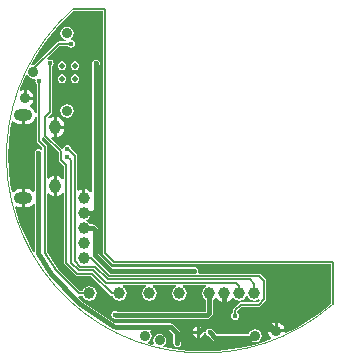
<source format=gbl>
G04 Layer_Physical_Order=2*
G04 Layer_Color=16711680*
%FSLAX44Y44*%
%MOMM*%
G71*
G01*
G75*
%ADD19C,0.2000*%
%ADD21C,0.4000*%
%ADD24C,0.0800*%
%ADD25O,0.9500X1.2500*%
%ADD26O,1.5500X1.0000*%
%ADD27C,0.9000*%
%ADD28C,1.0000*%
%ADD29C,0.5000*%
%ADD30C,0.4500*%
%ADD31C,0.1500*%
G36*
X17960Y235394D02*
X18935Y233935D01*
X20754Y232719D01*
X22900Y232292D01*
X23855Y232482D01*
X24214Y232185D01*
X24780Y231371D01*
X24586Y230400D01*
X24839Y229132D01*
X25557Y228057D01*
X25861Y227854D01*
Y203221D01*
X24591Y203138D01*
X24546Y203478D01*
X23786Y205312D01*
X22578Y206888D01*
X21003Y208096D01*
X20110Y208466D01*
X19973Y208818D01*
X19972Y209898D01*
X21121Y210779D01*
X22249Y212250D01*
X22959Y213962D01*
X23033Y214530D01*
X16100D01*
Y215800D01*
X14830D01*
Y222733D01*
X14262Y222659D01*
X12550Y221949D01*
X12458Y221879D01*
X11376Y222649D01*
X11922Y224292D01*
X16432Y235179D01*
X16579Y235473D01*
X17960Y235394D01*
D02*
G37*
G36*
X15720Y193905D02*
X17200D01*
X19168Y194164D01*
X21003Y194924D01*
X22578Y196132D01*
X23786Y197708D01*
X24546Y199542D01*
X24591Y199882D01*
X25861Y199799D01*
Y179600D01*
X26016Y178820D01*
X26458Y178158D01*
X30541Y174075D01*
X30482Y172818D01*
X30194Y172610D01*
X29291Y172312D01*
X28468Y172861D01*
X27200Y173114D01*
X25932Y172861D01*
X24857Y172143D01*
X24139Y171068D01*
X23886Y169800D01*
X24139Y168532D01*
X24141Y168528D01*
Y136936D01*
X22871Y136505D01*
X22578Y136888D01*
X21003Y138096D01*
X19168Y138856D01*
X17200Y139115D01*
X15720D01*
Y131510D01*
Y123905D01*
X17200D01*
X19168Y124164D01*
X21003Y124924D01*
X22578Y126132D01*
X22871Y126515D01*
X24141Y126084D01*
Y85869D01*
X22871Y85520D01*
X21707Y87483D01*
X16432Y98021D01*
X11922Y108908D01*
X8201Y120090D01*
X7217Y123945D01*
X8322Y124748D01*
X9732Y124164D01*
X11700Y123905D01*
X13180D01*
Y131510D01*
Y139115D01*
X11700D01*
X9732Y138856D01*
X7897Y138096D01*
X6322Y136888D01*
X5743Y136132D01*
X4393Y136459D01*
X3194Y143106D01*
X1934Y154823D01*
X1514Y166600D01*
X1934Y178377D01*
X3194Y190094D01*
X4367Y196595D01*
X5716Y196922D01*
X6322Y196132D01*
X7897Y194924D01*
X9732Y194164D01*
X11700Y193905D01*
X13180D01*
Y201510D01*
X15720D01*
Y193905D01*
D02*
G37*
G36*
X81416Y85000D02*
X81552Y84317D01*
X81938Y83738D01*
X90038Y75638D01*
X90617Y75251D01*
X91300Y75116D01*
X274816D01*
Y41936D01*
X274709Y41836D01*
X265533Y34441D01*
X255853Y27720D01*
X245718Y21707D01*
X236626Y17156D01*
X235679Y17830D01*
X221567D01*
X221641Y17262D01*
X222351Y15550D01*
X223479Y14079D01*
X224426Y13353D01*
X224295Y11961D01*
X224275Y11917D01*
X213110Y8201D01*
X201692Y5286D01*
X190094Y3194D01*
X178377Y1934D01*
X166600Y1514D01*
X154823Y1934D01*
X143106Y3194D01*
X133104Y4998D01*
X132824Y6339D01*
X133865Y7035D01*
X135081Y8854D01*
X135508Y11000D01*
X135081Y13146D01*
X133865Y14965D01*
X132046Y16181D01*
X129900Y16608D01*
X127754Y16181D01*
X125935Y14965D01*
X124719Y13146D01*
X124292Y11000D01*
X124719Y8854D01*
X125141Y8222D01*
X124356Y7112D01*
X120090Y8201D01*
X119617Y8358D01*
X119513Y9125D01*
X119580Y9709D01*
X121265Y10835D01*
X122481Y12654D01*
X122908Y14800D01*
X122481Y16946D01*
X121729Y18071D01*
X122408Y19341D01*
X137733D01*
X141241Y15833D01*
Y8600D01*
X141241Y8600D01*
X141294Y8337D01*
X141286Y8300D01*
X141539Y7032D01*
X142257Y5957D01*
X143332Y5239D01*
X144600Y4986D01*
X145868Y5239D01*
X146943Y5957D01*
X147661Y7032D01*
X147914Y8300D01*
X147661Y9568D01*
X147359Y10021D01*
Y17100D01*
X147359Y17100D01*
X147126Y18270D01*
X146463Y19263D01*
X141263Y24463D01*
X140271Y25126D01*
X139100Y25359D01*
X138794Y25298D01*
X137985Y25459D01*
X137985Y25459D01*
X93330D01*
X91537Y25751D01*
X63273Y44561D01*
X60768Y47164D01*
X60811Y47446D01*
X61700Y48561D01*
X61700Y48561D01*
X64588D01*
X64648Y48259D01*
X65974Y46274D01*
X67959Y44948D01*
X70300Y44482D01*
X72641Y44948D01*
X74626Y46274D01*
X75952Y48259D01*
X76417Y50600D01*
X75952Y52941D01*
X74626Y54926D01*
X72641Y56252D01*
X70300Y56718D01*
X67959Y56252D01*
X65974Y54926D01*
X64648Y52941D01*
X64588Y52639D01*
X62545D01*
X43701Y71483D01*
X34639Y85750D01*
Y134825D01*
X35909Y135256D01*
X36251Y134811D01*
X37774Y133642D01*
X39547Y132908D01*
X40180Y132824D01*
Y141510D01*
Y150196D01*
X39547Y150112D01*
X37774Y149378D01*
X36251Y148209D01*
X35909Y147764D01*
X34639Y148195D01*
Y174900D01*
X34484Y175680D01*
X34042Y176342D01*
X29939Y180445D01*
Y182355D01*
X30176Y182541D01*
X31558Y182758D01*
X44361Y169955D01*
Y163200D01*
X44516Y162420D01*
X44958Y161758D01*
X48561Y158155D01*
Y147804D01*
X47291Y147373D01*
X46649Y148209D01*
X45127Y149378D01*
X43353Y150112D01*
X42720Y150196D01*
Y141510D01*
Y132824D01*
X43353Y132908D01*
X45127Y133642D01*
X46649Y134811D01*
X47291Y135647D01*
X48561Y135216D01*
Y76715D01*
X48716Y75934D01*
X49158Y75273D01*
X58573Y65858D01*
X59234Y65416D01*
X60015Y65261D01*
X60015Y65261D01*
X71671D01*
X87773Y49158D01*
X88435Y48716D01*
X89215Y48561D01*
X89988D01*
X90048Y48259D01*
X91374Y46274D01*
X93359Y44948D01*
X95700Y44482D01*
X98041Y44948D01*
X100026Y46274D01*
X101352Y48259D01*
X101818Y50600D01*
X101352Y52941D01*
X100026Y54926D01*
X98282Y56091D01*
X98472Y57309D01*
X98493Y57361D01*
X118307D01*
X118328Y57309D01*
X118518Y56091D01*
X116774Y54926D01*
X115448Y52941D01*
X114982Y50600D01*
X115448Y48259D01*
X116774Y46274D01*
X118759Y44948D01*
X121100Y44482D01*
X123441Y44948D01*
X125426Y46274D01*
X126752Y48259D01*
X127218Y50600D01*
X126752Y52941D01*
X125426Y54926D01*
X123682Y56091D01*
X123872Y57309D01*
X123893Y57361D01*
X143707D01*
X143728Y57309D01*
X143918Y56091D01*
X142174Y54926D01*
X140848Y52941D01*
X140382Y50600D01*
X140848Y48259D01*
X142174Y46274D01*
X144159Y44948D01*
X146500Y44482D01*
X148841Y44948D01*
X150826Y46274D01*
X152152Y48259D01*
X152618Y50600D01*
X152152Y52941D01*
X150826Y54926D01*
X149082Y56091D01*
X149272Y57309D01*
X149293Y57361D01*
X169107D01*
X169128Y57309D01*
X169318Y56091D01*
X167574Y54926D01*
X166248Y52941D01*
X165782Y50600D01*
X166248Y48259D01*
X167574Y46274D01*
X168841Y45428D01*
Y35367D01*
X168633Y35159D01*
X117372D01*
X117368Y35161D01*
X116100Y35414D01*
X114832Y35161D01*
X114828Y35159D01*
X94071D01*
X93468Y35561D01*
X92200Y35814D01*
X90932Y35561D01*
X89857Y34843D01*
X89139Y33768D01*
X88886Y32500D01*
X89139Y31232D01*
X89857Y30157D01*
X90932Y29439D01*
X91290Y29367D01*
X91430Y29274D01*
X92600Y29041D01*
X114828D01*
X114832Y29039D01*
X116100Y28786D01*
X117368Y29039D01*
X117372Y29041D01*
X169900D01*
X169900Y29041D01*
X171070Y29274D01*
X172063Y29937D01*
X174063Y31937D01*
X174063Y31937D01*
X174726Y32929D01*
X174959Y34100D01*
X174959Y34100D01*
Y45428D01*
X176226Y46274D01*
X176715Y47006D01*
X177927Y46887D01*
X178061Y46736D01*
X179222Y45222D01*
X180798Y44014D01*
X182632Y43254D01*
X183330Y43162D01*
Y50600D01*
X185870D01*
Y43162D01*
X186568Y43254D01*
X188403Y44014D01*
X189978Y45222D01*
X191139Y46736D01*
X191273Y46887D01*
X192485Y47006D01*
X192974Y46274D01*
X194959Y44948D01*
X197300Y44482D01*
X199641Y44948D01*
X201626Y46274D01*
X202952Y48259D01*
X203002Y48514D01*
X204297D01*
X204348Y48259D01*
X205674Y46274D01*
X207659Y44948D01*
X210000Y44482D01*
X212341Y44948D01*
X213628Y45808D01*
X214438Y44822D01*
X212755Y43139D01*
X198400D01*
X197620Y42984D01*
X196958Y42542D01*
X196958Y42542D01*
X192158Y37742D01*
X191716Y37080D01*
X191561Y36300D01*
Y34046D01*
X191257Y33843D01*
X190539Y32768D01*
X190286Y31500D01*
X190539Y30232D01*
X191257Y29157D01*
X192332Y28439D01*
X193600Y28186D01*
X194868Y28439D01*
X195943Y29157D01*
X196661Y30232D01*
X196914Y31500D01*
X196661Y32768D01*
X195943Y33843D01*
X195639Y34046D01*
Y35455D01*
X199245Y39061D01*
X213600D01*
X214380Y39216D01*
X215042Y39658D01*
X219642Y44258D01*
X219642Y44258D01*
X220084Y44920D01*
X220239Y45700D01*
Y61400D01*
X220084Y62180D01*
X219642Y62842D01*
X219642Y62842D01*
X215642Y66842D01*
X214980Y67284D01*
X214200Y67439D01*
X162925D01*
X162246Y68709D01*
X162261Y68732D01*
X162514Y70000D01*
X162261Y71268D01*
X161543Y72343D01*
X160468Y73061D01*
X159200Y73314D01*
X157932Y73061D01*
X157928Y73059D01*
X89467D01*
X77959Y84567D01*
Y104500D01*
X77726Y105670D01*
X77063Y106663D01*
X75463Y108263D01*
X74471Y108926D01*
X73300Y109159D01*
X73300Y109159D01*
X70772D01*
X69926Y110426D01*
X67941Y111752D01*
X67686Y111803D01*
Y113097D01*
X67941Y113148D01*
X69926Y114474D01*
X70772Y115741D01*
X73000D01*
X73000Y115741D01*
X74170Y115974D01*
X75163Y116637D01*
X77863Y119337D01*
X78526Y120330D01*
X78759Y121500D01*
X78759Y121500D01*
Y243978D01*
X78861Y244132D01*
X79114Y245400D01*
X78861Y246668D01*
X78143Y247743D01*
X77068Y248461D01*
X75800Y248714D01*
X74532Y248461D01*
X73457Y247743D01*
X72739Y246668D01*
X72486Y245400D01*
X72641Y244621D01*
Y136796D01*
X71371Y136365D01*
X70978Y136878D01*
X69402Y138086D01*
X67568Y138846D01*
X66870Y138938D01*
Y131500D01*
X64330D01*
Y138938D01*
X63632Y138846D01*
X61797Y138086D01*
X61309Y137711D01*
X60039Y138338D01*
Y167300D01*
X59884Y168080D01*
X59442Y168742D01*
X59442Y168742D01*
X54986Y173197D01*
X54771Y174278D01*
X54053Y175353D01*
X52978Y176071D01*
X51710Y176324D01*
X50442Y176071D01*
X49367Y175353D01*
X48649Y174278D01*
X48475Y173405D01*
X47390Y172923D01*
X47179Y172905D01*
X37847Y182237D01*
X38566Y183314D01*
X39547Y182908D01*
X40180Y182824D01*
Y191510D01*
Y200196D01*
X39547Y200112D01*
X37774Y199378D01*
X36921Y198724D01*
X35559Y199279D01*
X35472Y199888D01*
X38242Y202658D01*
X38684Y203320D01*
X38839Y204100D01*
X38839Y204100D01*
Y242954D01*
X39143Y243157D01*
X39861Y244232D01*
X40114Y245500D01*
X39861Y246768D01*
X39143Y247843D01*
X38068Y248561D01*
X36800Y248814D01*
X35532Y248561D01*
X34751Y249567D01*
X45045Y259861D01*
X52554D01*
X52757Y259557D01*
X53832Y258839D01*
X55100Y258586D01*
X56368Y258839D01*
X57443Y259557D01*
X58161Y260632D01*
X58414Y261900D01*
X58161Y263168D01*
X57443Y264243D01*
X56368Y264961D01*
X55312Y265172D01*
X55014Y265838D01*
X54930Y266444D01*
X55365Y266735D01*
X56581Y268554D01*
X57008Y270700D01*
X56581Y272846D01*
X55365Y274665D01*
X53546Y275881D01*
X51400Y276308D01*
X49254Y275881D01*
X47435Y274665D01*
X46219Y272846D01*
X45792Y270700D01*
X46219Y268554D01*
X47435Y266735D01*
X49254Y265519D01*
X50812Y265209D01*
X50687Y263939D01*
X44200D01*
X43420Y263784D01*
X42758Y263342D01*
X23052Y243636D01*
X21911Y243617D01*
X21183Y244670D01*
X21707Y245718D01*
X27720Y255853D01*
X34441Y265533D01*
X41836Y274709D01*
X49866Y283334D01*
X56828Y289816D01*
X81416D01*
Y85000D01*
D02*
G37*
%LPC*%
G36*
X17370Y222733D02*
Y217070D01*
X23033D01*
X22959Y217638D01*
X22249Y219350D01*
X21121Y220821D01*
X19650Y221949D01*
X17938Y222659D01*
X17370Y222733D01*
D02*
G37*
G36*
X229770Y26034D02*
Y20370D01*
X235434D01*
X235359Y20938D01*
X234649Y22650D01*
X233521Y24121D01*
X232050Y25249D01*
X230338Y25959D01*
X229770Y26034D01*
D02*
G37*
G36*
X48803Y190240D02*
X42720D01*
Y182824D01*
X43353Y182908D01*
X45127Y183642D01*
X46649Y184811D01*
X47818Y186334D01*
X48552Y188107D01*
X48803Y190010D01*
Y190240D01*
D02*
G37*
G36*
X161430Y16530D02*
X158069D01*
X158188Y15931D01*
X159247Y14347D01*
X160831Y13288D01*
X161430Y13169D01*
Y16530D01*
D02*
G37*
G36*
X163970Y22431D02*
Y17800D01*
Y13169D01*
X164569Y13288D01*
X166153Y14347D01*
X167212Y15931D01*
X167432Y17036D01*
X167488Y17317D01*
X168783D01*
X168838Y17036D01*
X168939Y16532D01*
X169657Y15457D01*
X170732Y14739D01*
X170737Y14738D01*
X174637Y10837D01*
X175630Y10174D01*
X176800Y9941D01*
X176800Y9941D01*
X207967D01*
X208502Y9584D01*
X210648Y9157D01*
X212794Y9584D01*
X214614Y10799D01*
X215829Y12618D01*
X216256Y14764D01*
X215829Y16911D01*
X214614Y18730D01*
X212794Y19945D01*
X210648Y20372D01*
X208502Y19945D01*
X206683Y18730D01*
X205467Y16911D01*
X205298Y16059D01*
X178067D01*
X175062Y19064D01*
X175061Y19068D01*
X174343Y20143D01*
X173268Y20861D01*
X172000Y21114D01*
X170732Y20861D01*
X169657Y20143D01*
X168939Y19068D01*
X168838Y18563D01*
X168783Y18283D01*
X167488D01*
X167432Y18563D01*
X167212Y19669D01*
X166153Y21253D01*
X164569Y22312D01*
X163970Y22431D01*
D02*
G37*
G36*
X227230Y26034D02*
X226662Y25959D01*
X224950Y25249D01*
X223479Y24121D01*
X222351Y22650D01*
X221641Y20938D01*
X221567Y20370D01*
X227230D01*
Y26034D01*
D02*
G37*
G36*
X161430Y22431D02*
X160831Y22312D01*
X159247Y21253D01*
X158188Y19669D01*
X158069Y19070D01*
X161430D01*
Y22431D01*
D02*
G37*
G36*
X42720Y200196D02*
Y192780D01*
X48803D01*
Y193010D01*
X48552Y194913D01*
X47818Y196686D01*
X46649Y198209D01*
X45127Y199378D01*
X43353Y200112D01*
X42720Y200196D01*
D02*
G37*
G36*
X58100Y235969D02*
X56734Y235697D01*
X55577Y234923D01*
X54803Y233766D01*
X54531Y232400D01*
X54803Y231034D01*
X55577Y229877D01*
X56734Y229103D01*
X58100Y228831D01*
X59466Y229103D01*
X60623Y229877D01*
X61397Y231034D01*
X61669Y232400D01*
X61397Y233766D01*
X60623Y234923D01*
X59466Y235697D01*
X58100Y235969D01*
D02*
G37*
G36*
X47100Y246969D02*
X45734Y246697D01*
X44577Y245923D01*
X43803Y244766D01*
X43531Y243400D01*
X43803Y242034D01*
X44577Y240877D01*
X45734Y240103D01*
X47100Y239831D01*
X48466Y240103D01*
X49623Y240877D01*
X50397Y242034D01*
X50669Y243400D01*
X50397Y244766D01*
X49623Y245923D01*
X48466Y246697D01*
X47100Y246969D01*
D02*
G37*
G36*
X58100D02*
X56734Y246697D01*
X55577Y245923D01*
X54803Y244766D01*
X54531Y243400D01*
X54803Y242034D01*
X55577Y240877D01*
X56734Y240103D01*
X58100Y239831D01*
X59466Y240103D01*
X60623Y240877D01*
X61397Y242034D01*
X61669Y243400D01*
X61397Y244766D01*
X60623Y245923D01*
X59466Y246697D01*
X58100Y246969D01*
D02*
G37*
G36*
X51400Y210708D02*
X49254Y210281D01*
X47435Y209065D01*
X46219Y207246D01*
X45792Y205100D01*
X46219Y202954D01*
X47435Y201135D01*
X49254Y199919D01*
X51400Y199492D01*
X53546Y199919D01*
X55365Y201135D01*
X56581Y202954D01*
X57008Y205100D01*
X56581Y207246D01*
X55365Y209065D01*
X53546Y210281D01*
X51400Y210708D01*
D02*
G37*
G36*
X47100Y235969D02*
X45734Y235697D01*
X44577Y234923D01*
X43803Y233766D01*
X43531Y232400D01*
X43803Y231034D01*
X44577Y229877D01*
X45734Y229103D01*
X47100Y228831D01*
X48466Y229103D01*
X49623Y229877D01*
X50397Y231034D01*
X50669Y232400D01*
X50397Y233766D01*
X49623Y234923D01*
X48466Y235697D01*
X47100Y235969D01*
D02*
G37*
%LPD*%
D19*
X89215Y50600D02*
X95700D01*
X72515Y67300D02*
X89215Y50600D01*
X60015Y67300D02*
X72515D01*
X84658Y59400D02*
X194600D01*
X197300Y56700D01*
X73658Y70400D02*
X84658Y59400D01*
X61157Y70400D02*
X73658D01*
X85901Y62400D02*
X206000D01*
X74901Y73400D02*
X85901Y62400D01*
X62400Y73400D02*
X74901D01*
X87143Y65400D02*
X214200D01*
X71843Y80700D02*
X87143Y65400D01*
X65600Y80700D02*
X71843D01*
X50600Y76715D02*
X60015Y67300D01*
X50600Y76715D02*
Y159000D01*
X55000Y76557D02*
X61157Y70400D01*
X55000Y76557D02*
Y163200D01*
X58000Y77800D02*
X62400Y73400D01*
X58000Y77800D02*
Y167300D01*
X42100Y70200D02*
X61700Y50600D01*
X32600Y85157D02*
X42100Y70200D01*
X61700Y50600D02*
X70300D01*
X210000D02*
Y58400D01*
X197300Y50600D02*
Y56700D01*
X22900Y237900D02*
Y240600D01*
X44200Y261900D01*
X55100D01*
X36800Y204100D02*
Y245500D01*
X33000Y200300D02*
X36800Y204100D01*
X33000Y184200D02*
Y200300D01*
Y184200D02*
X46400Y170800D01*
Y163200D02*
Y170800D01*
Y163200D02*
X50600Y159000D01*
X27900Y179600D02*
Y230400D01*
Y179600D02*
X32600Y174900D01*
X193600Y31500D02*
Y36300D01*
X198400Y41100D01*
X213600D01*
X218200Y45700D01*
Y61400D01*
X206000Y62400D02*
X210000Y58400D01*
X214200Y65400D02*
X218200Y61400D01*
X32600Y85157D02*
Y174900D01*
X51690Y166510D02*
X55000Y163200D01*
X52290Y173010D02*
X58000Y167300D01*
X51710Y173010D02*
X52290D01*
D21*
X93082Y22400D02*
X137985D01*
X90393Y22838D02*
X93082Y22400D01*
X137985D02*
X138026Y22359D01*
X88200Y70000D02*
X159200D01*
X74900Y83300D02*
X88200Y70000D01*
X74900Y83300D02*
Y104500D01*
X65600Y118800D02*
X73000D01*
X75700Y121500D01*
Y245300D01*
X75800Y245400D01*
X144300Y8600D02*
Y17100D01*
Y8600D02*
X144600Y8300D01*
X92600Y32100D02*
X116100D01*
X169900D01*
X171900Y34100D01*
Y50600D01*
X27200Y84900D02*
Y169800D01*
X172000Y17800D02*
X176800Y13000D01*
X209200D01*
X162700Y17800D02*
X168100Y23200D01*
X224400D01*
X228500Y19100D01*
X184600Y24200D02*
Y50600D01*
Y24200D02*
X185550Y23250D01*
X65600Y106100D02*
X73300D01*
X74900Y104500D01*
X27200Y84900D02*
X37425Y67010D01*
X139100Y22300D02*
X144300Y17100D01*
X37425Y67010D02*
X61300Y42200D01*
X90393Y22838D01*
D24*
X56600Y291600D02*
G03*
X276600Y41600I110000J-125000D01*
G01*
D25*
X41450Y191510D02*
D03*
Y141510D02*
D03*
D26*
X14450Y201510D02*
D03*
Y131510D02*
D03*
D27*
X210648Y14764D02*
D03*
X228500Y19100D02*
D03*
X117300Y14800D02*
D03*
X129900Y11000D02*
D03*
X16100Y215800D02*
D03*
X22900Y237900D02*
D03*
X51400Y270700D02*
D03*
Y205100D02*
D03*
D28*
X210000Y50600D02*
D03*
X197300D02*
D03*
X184600D02*
D03*
X171900D02*
D03*
X146500D02*
D03*
X121100D02*
D03*
X95700D02*
D03*
X70300D02*
D03*
X65600Y80700D02*
D03*
Y93400D02*
D03*
Y106100D02*
D03*
Y118800D02*
D03*
Y131500D02*
D03*
D29*
X47100Y232400D02*
D03*
Y243400D02*
D03*
X58100Y232400D02*
D03*
Y243400D02*
D03*
D30*
X75800Y245400D02*
D03*
X144600Y8300D02*
D03*
X172000Y17800D02*
D03*
X92200Y32500D02*
D03*
X116100Y32100D02*
D03*
X162700Y17800D02*
D03*
X55100Y261900D02*
D03*
X36800Y245500D02*
D03*
X27200Y169800D02*
D03*
X27900Y230400D02*
D03*
X193600Y31500D02*
D03*
X159200Y70000D02*
D03*
X51690Y166510D02*
D03*
X51710Y173010D02*
D03*
D31*
X83200Y85000D02*
X91300Y76900D01*
X276600Y41600D02*
Y76900D01*
X83200Y85000D02*
Y291600D01*
X56600D02*
X83200D01*
X91300Y76900D02*
X276600D01*
M02*

</source>
